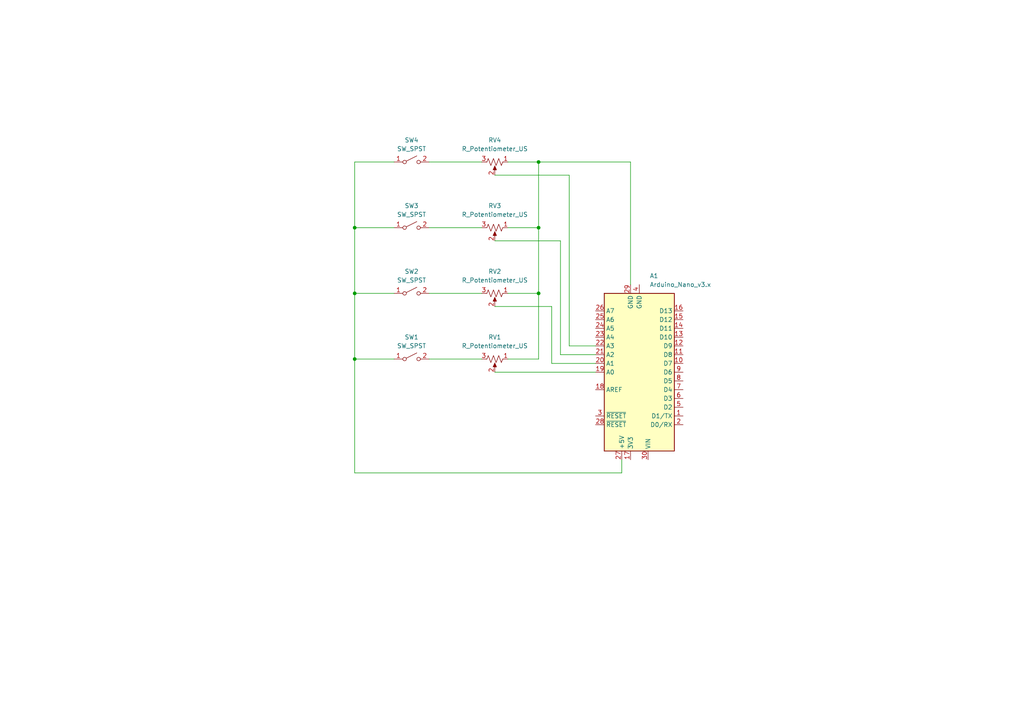
<source format=kicad_sch>
(kicad_sch (version 20231120) (generator "eeschema") (generator_version "8.0")
  (paper "A4")
  (title_block (title "DEEJ VOLUME MIXER WITH MUTE SWITCHES") (date "2024-07-26") (rev "A") (company "https://github.com/smcgonigle/deej"))
  (lib_symbols
    (symbol "Device:R_Potentiometer_US" (pin_names (offset 1.016) hide)
      (property "Reference" "RV" (at -4.445 0 90))
      (property "Value" "R_Potentiometer_US" (at -2.54 0 90))
      (symbol "R_Potentiometer_US_0_1"
        (polyline (pts (xy 0 -2.286) (xy 0 -2.54)))
        (polyline (pts (xy 0 2.54) (xy 0 2.286)))
        (polyline (pts (xy 2.54 0) (xy 1.524 0)))
        (polyline (pts (xy 1.143 0) (xy 2.286 0.508) (xy 2.286 -0.508) (xy 1.143 0)) (fill (type outline)))
        (polyline (pts (xy 0 -0.762) (xy 1.016 -1.143) (xy 0 -1.524) (xy -1.016 -1.905) (xy 0 -2.286)))
        (polyline (pts (xy 0 0.762) (xy 1.016 0.381) (xy 0 0) (xy -1.016 -0.381) (xy 0 -0.762)))
        (polyline (pts (xy 0 2.286) (xy 1.016 1.905) (xy 0 1.524) (xy -1.016 1.143) (xy 0 0.762)))
      )
      (symbol "R_Potentiometer_US_1_1"
        (pin passive line (at 0 3.81 270) (length 1.27) (name "1") (number "1"))
        (pin passive line (at 3.81 0 180) (length 1.27) (name "2") (number "2"))
        (pin passive line (at 0 -3.81 90) (length 1.27) (name "3") (number "3"))
      )
    )
    (symbol "MCU_Module:Arduino_Nano_v3.x"
      (property "Reference" "A" (at -10.16 23.495 0))
      (property "Value" "Arduino_Nano_v3.x" (at 5.08 -24.13 0))
      (symbol "Arduino_Nano_v3.x_0_1"
        (rectangle (start -10.16 22.86) (end 10.16 -22.86) (stroke (width 0.254)) (fill (type background)))
      )
      (symbol "Arduino_Nano_v3.x_1_1"
        (pin bidirectional line (at -12.7 12.7 0) (length 2.54) (name "D1/TX") (number "1"))
        (pin bidirectional line (at -12.7 -2.54 0) (length 2.54) (name "D7") (number "10"))
        (pin bidirectional line (at -12.7 -5.08 0) (length 2.54) (name "D8") (number "11"))
        (pin bidirectional line (at -12.7 -7.62 0) (length 2.54) (name "D9") (number "12"))
        (pin bidirectional line (at -12.7 -10.16 0) (length 2.54) (name "D10") (number "13"))
        (pin bidirectional line (at -12.7 -12.7 0) (length 2.54) (name "D11") (number "14"))
        (pin bidirectional line (at -12.7 -15.24 0) (length 2.54) (name "D12") (number "15"))
        (pin bidirectional line (at -12.7 -17.78 0) (length 2.54) (name "D13") (number "16"))
        (pin power_out line (at 2.54 25.4 270) (length 2.54) (name "3V3") (number "17"))
        (pin input line (at 12.7 5.08 180) (length 2.54) (name "AREF") (number "18"))
        (pin bidirectional line (at 12.7 0 180) (length 2.54) (name "A0") (number "19"))
        (pin bidirectional line (at -12.7 15.24 0) (length 2.54) (name "D0/RX") (number "2"))
        (pin bidirectional line (at 12.7 -2.54 180) (length 2.54) (name "A1") (number "20"))
        (pin bidirectional line (at 12.7 -5.08 180) (length 2.54) (name "A2") (number "21"))
        (pin bidirectional line (at 12.7 -7.62 180) (length 2.54) (name "A3") (number "22"))
        (pin bidirectional line (at 12.7 -10.16 180) (length 2.54) (name "A4") (number "23"))
        (pin bidirectional line (at 12.7 -12.7 180) (length 2.54) (name "A5") (number "24"))
        (pin bidirectional line (at 12.7 -15.24 180) (length 2.54) (name "A6") (number "25"))
        (pin bidirectional line (at 12.7 -17.78 180) (length 2.54) (name "A7") (number "26"))
        (pin power_out line (at 5.08 25.4 270) (length 2.54) (name "+5V") (number "27"))
        (pin input line (at 12.7 15.24 180) (length 2.54) (name "~{RESET}") (number "28"))
        (pin power_in line (at 2.54 -25.4 90) (length 2.54) (name "GND") (number "29"))
        (pin input line (at 12.7 12.7 180) (length 2.54) (name "~{RESET}") (number "3"))
        (pin power_in line (at -2.54 25.4 270) (length 2.54) (name "VIN") (number "30"))
        (pin power_in line (at 0 -25.4 90) (length 2.54) (name "GND") (number "4"))
        (pin bidirectional line (at -12.7 10.16 0) (length 2.54) (name "D2") (number "5"))
        (pin bidirectional line (at -12.7 7.62 0) (length 2.54) (name "D3") (number "6"))
        (pin bidirectional line (at -12.7 5.08 0) (length 2.54) (name "D4") (number "7"))
        (pin bidirectional line (at -12.7 2.54 0) (length 2.54) (name "D5") (number "8"))
        (pin bidirectional line (at -12.7 0 0) (length 2.54) (name "D6") (number "9"))
      )
    )
    (symbol "Switch:SW_SPST" (pin_names (offset 0) hide)
      (property "Reference" "SW" (at 0 3.175 0))
      (property "Value" "SW_SPST" (at 0 -2.54 0))
      (symbol "SW_SPST_0_0"
        (circle (center -2.032 0) (radius 0.508))
        (polyline (pts (xy -1.524 0.254) (xy 1.524 1.778)))
        (circle (center 2.032 0) (radius 0.508))
      )
      (symbol "SW_SPST_1_1"
        (pin passive line (at -5.08 0 0) (length 2.54) (name "A") (number "1"))
        (pin passive line (at 5.08 0 180) (length 2.54) (name "B") (number "2"))
      )
    )
  )
  (junction (at 102.87 66.04))
  (junction (at 102.87 104.14))
  (junction (at 156.21 46.99))
  (junction (at 102.87 85.09))
  (junction (at 156.21 66.04))
  (junction (at 156.21 85.09))
  (wire (pts (xy 124.46 66.04) (xy 139.7 66.04)))
  (wire (pts (xy 102.87 66.04) (xy 102.87 85.09)))
  (wire (pts (xy 165.1 50.8) (xy 165.1 100.33)))
  (wire (pts (xy 124.46 104.14) (xy 139.7 104.14)))
  (wire (pts (xy 114.3 46.99) (xy 102.87 46.99)))
  (wire (pts (xy 102.87 66.04) (xy 114.3 66.04)))
  (wire (pts (xy 182.88 46.99) (xy 182.88 82.55)))
  (wire (pts (xy 143.51 50.8) (xy 165.1 50.8)))
  (wire (pts (xy 156.21 85.09) (xy 156.21 66.04)))
  (wire (pts (xy 102.87 137.16) (xy 102.87 104.14)))
  (wire (pts (xy 165.1 100.33) (xy 172.72 100.33)))
  (wire (pts (xy 162.56 69.85) (xy 162.56 102.87)))
  (wire (pts (xy 160.02 88.9) (xy 160.02 105.41)))
  (wire (pts (xy 156.21 46.99) (xy 182.88 46.99)))
  (wire (pts (xy 147.32 85.09) (xy 156.21 85.09)))
  (wire (pts (xy 162.56 102.87) (xy 172.72 102.87)))
  (wire (pts (xy 143.51 69.85) (xy 162.56 69.85)))
  (wire (pts (xy 180.34 137.16) (xy 102.87 137.16)))
  (wire (pts (xy 147.32 104.14) (xy 156.21 104.14)))
  (wire (pts (xy 102.87 85.09) (xy 114.3 85.09)))
  (wire (pts (xy 124.46 46.99) (xy 139.7 46.99)))
  (wire (pts (xy 156.21 66.04) (xy 156.21 46.99)))
  (wire (pts (xy 124.46 85.09) (xy 139.7 85.09)))
  (wire (pts (xy 143.51 88.9) (xy 160.02 88.9)))
  (wire (pts (xy 180.34 133.35) (xy 180.34 137.16)))
  (wire (pts (xy 143.51 107.95) (xy 172.72 107.95)))
  (wire (pts (xy 102.87 85.09) (xy 102.87 104.14)))
  (wire (pts (xy 147.32 66.04) (xy 156.21 66.04)))
  (wire (pts (xy 102.87 46.99) (xy 102.87 66.04)))
  (wire (pts (xy 160.02 105.41) (xy 172.72 105.41)))
  (wire (pts (xy 156.21 104.14) (xy 156.21 85.09)))
  (wire (pts (xy 147.32 46.99) (xy 156.21 46.99)))
  (wire (pts (xy 102.87 104.14) (xy 114.3 104.14)))
  (symbol (lib_id "Switch:SW_SPST") (at 119.38 46.99 0) (unit 1)
    (property "Reference" "SW4" (at 119.38 40.64 0))
    (property "Value" "SW_SPST" (at 119.38 43.18 0))
    (property "Description" "Single Pole Single Throw (SPST) switch" (effects (hide yes)))
  )
  (symbol (lib_id "Switch:SW_SPST") (at 119.38 104.14 0) (unit 1)
    (property "Reference" "SW1" (at 119.38 97.79 0))
    (property "Value" "SW_SPST" (at 119.38 100.33 0))
    (property "Description" "Single Pole Single Throw (SPST) switch" (effects (hide yes)))
  )
  (symbol (lib_id "Switch:SW_SPST") (at 119.38 66.04 0) (unit 1)
    (property "Reference" "SW3" (at 119.38 59.69 0))
    (property "Value" "SW_SPST" (at 119.38 62.23 0))
    (property "Description" "Single Pole Single Throw (SPST) switch" (effects (hide yes)))
  )
  (symbol (lib_id "Device:R_Potentiometer_US") (at 143.51 85.09 270) (unit 1)
    (property "Reference" "RV2" (at 143.51 78.74 90))
    (property "Value" "R_Potentiometer_US" (at 143.51 81.28 90))
    (property "Description" "Potentiometer, US symbol" (effects (hide yes)))
  )
  (symbol (lib_id "Device:R_Potentiometer_US") (at 143.51 66.04 270) (unit 1)
    (property "Reference" "RV3" (at 143.51 59.69 90))
    (property "Value" "R_Potentiometer_US" (at 143.51 62.23 90))
    (property "Description" "Potentiometer, US symbol" (effects (hide yes)))
  )
  (symbol (lib_id "Device:R_Potentiometer_US") (at 143.51 104.14 270) (unit 1)
    (property "Reference" "RV1" (at 143.51 97.79 90))
    (property "Value" "R_Potentiometer_US" (at 143.51 100.33 90))
    (property "Description" "Potentiometer, US symbol" (effects (hide yes)))
  )
  (symbol (lib_id "MCU_Module:Arduino_Nano_v3.x") (at 185.42 107.95 180) (unit 1)
    (property "Reference" "A1" (at 188.4365 80.01 0) (effects (justify right)))
    (property "Value" "Arduino_Nano_v3.x" (at 188.4365 82.55 0) (effects (justify right)))
    (property "Footprint" "Module:Arduino_Nano" (effects (hide yes)))
    (property "Datasheet" "http://www.mouser.com/pdfdocs/Gravitech_Arduino_Nano3_0.pdf" (effects (hide yes)))
    (property "Description" "Arduino Nano v3.x" (effects (hide yes)))
  )
  (symbol (lib_id "Device:R_Potentiometer_US") (at 143.51 46.99 270) (unit 1)
    (property "Reference" "RV4" (at 143.51 40.64 90))
    (property "Value" "R_Potentiometer_US" (at 143.51 43.18 90))
    (property "Description" "Potentiometer, US symbol" (effects (hide yes)))
  )
  (symbol (lib_id "Switch:SW_SPST") (at 119.38 85.09 0) (unit 1)
    (property "Reference" "SW2" (at 119.38 78.74 0))
    (property "Value" "SW_SPST" (at 119.38 81.28 0))
    (property "Description" "Single Pole Single Throw (SPST) switch" (effects (hide yes)))
  )
)
</source>
